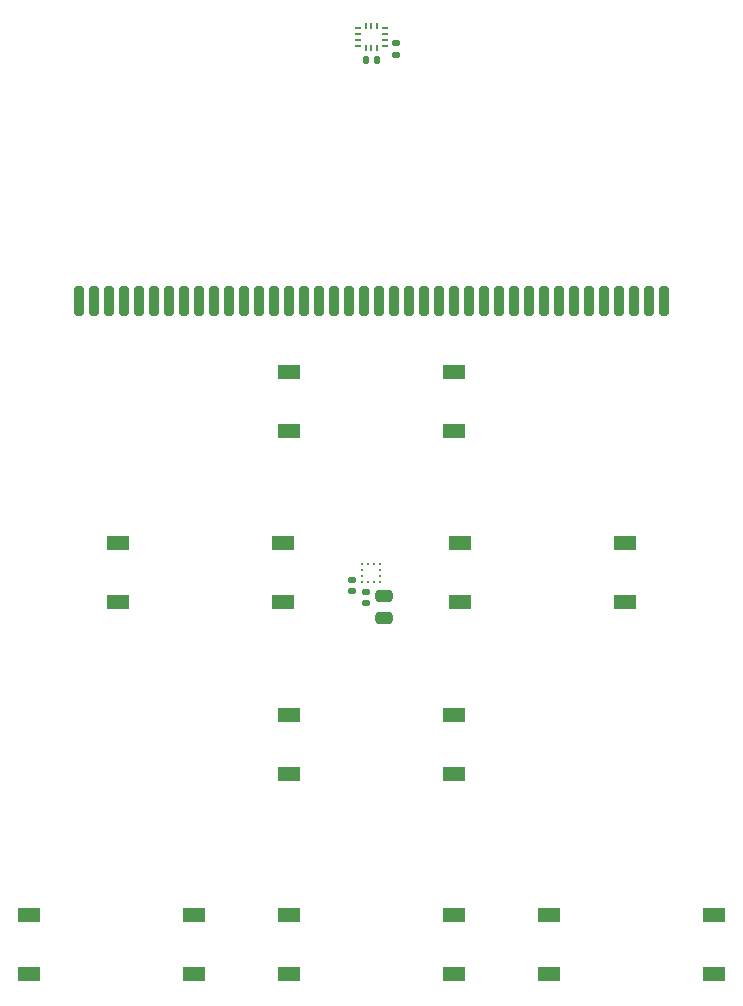
<source format=gbr>
%TF.GenerationSoftware,KiCad,Pcbnew,8.0.6-8.0.6-0~ubuntu24.04.1*%
%TF.CreationDate,2024-11-21T15:03:40-05:00*%
%TF.ProjectId,roversa2,726f7665-7273-4613-922e-6b696361645f,rev?*%
%TF.SameCoordinates,Original*%
%TF.FileFunction,Paste,Top*%
%TF.FilePolarity,Positive*%
%FSLAX46Y46*%
G04 Gerber Fmt 4.6, Leading zero omitted, Abs format (unit mm)*
G04 Created by KiCad (PCBNEW 8.0.6-8.0.6-0~ubuntu24.04.1) date 2024-11-21 15:03:40*
%MOMM*%
%LPD*%
G01*
G04 APERTURE LIST*
G04 Aperture macros list*
%AMRoundRect*
0 Rectangle with rounded corners*
0 $1 Rounding radius*
0 $2 $3 $4 $5 $6 $7 $8 $9 X,Y pos of 4 corners*
0 Add a 4 corners polygon primitive as box body*
4,1,4,$2,$3,$4,$5,$6,$7,$8,$9,$2,$3,0*
0 Add four circle primitives for the rounded corners*
1,1,$1+$1,$2,$3*
1,1,$1+$1,$4,$5*
1,1,$1+$1,$6,$7*
1,1,$1+$1,$8,$9*
0 Add four rect primitives between the rounded corners*
20,1,$1+$1,$2,$3,$4,$5,0*
20,1,$1+$1,$4,$5,$6,$7,0*
20,1,$1+$1,$6,$7,$8,$9,0*
20,1,$1+$1,$8,$9,$2,$3,0*%
G04 Aperture macros list end*
%ADD10R,1.950000X1.300000*%
%ADD11RoundRect,0.250000X-0.475000X0.250000X-0.475000X-0.250000X0.475000X-0.250000X0.475000X0.250000X0*%
%ADD12RoundRect,0.140000X0.170000X-0.140000X0.170000X0.140000X-0.170000X0.140000X-0.170000X-0.140000X0*%
%ADD13RoundRect,0.200000X-0.200000X-1.050000X0.200000X-1.050000X0.200000X1.050000X-0.200000X1.050000X0*%
%ADD14RoundRect,0.140000X-0.170000X0.140000X-0.170000X-0.140000X0.170000X-0.140000X0.170000X0.140000X0*%
%ADD15RoundRect,0.140000X-0.140000X-0.170000X0.140000X-0.170000X0.140000X0.170000X-0.140000X0.170000X0*%
%ADD16R,0.475000X0.250000*%
%ADD17R,0.250000X0.475000*%
%ADD18R,0.275000X0.250000*%
%ADD19R,0.250000X0.275000*%
G04 APERTURE END LIST*
D10*
%TO.C,SW2*%
X92897800Y-126021900D03*
X106847800Y-126021900D03*
X92897800Y-131021900D03*
X106847800Y-131021900D03*
%TD*%
D11*
%TO.C,C6*%
X100914200Y-98948200D03*
X100914200Y-100848200D03*
%TD*%
D12*
%TO.C,C5*%
X98196400Y-98571500D03*
X98196400Y-97611500D03*
%TD*%
D13*
%TO.C,EC1*%
X75107800Y-74021900D03*
X76377800Y-74021900D03*
X77647800Y-74021900D03*
X78917800Y-74021900D03*
X80187800Y-74021900D03*
X81457800Y-74021900D03*
X82727800Y-74021900D03*
X83997800Y-74021900D03*
X85267800Y-74021900D03*
X86537800Y-74021900D03*
X87807800Y-74021900D03*
X89077800Y-74021900D03*
X90347800Y-74021900D03*
X91617800Y-74021900D03*
X92887800Y-74021900D03*
X94157800Y-74021900D03*
X95427800Y-74021900D03*
X96697800Y-74021900D03*
X97967800Y-74021900D03*
X99237800Y-74021900D03*
X100507800Y-74021900D03*
X101777800Y-74021900D03*
X103047800Y-74021900D03*
X104317800Y-74021900D03*
X105587800Y-74021900D03*
X106857800Y-74021900D03*
X108127800Y-74021900D03*
X109397800Y-74021900D03*
X110667800Y-74021900D03*
X111937800Y-74021900D03*
X113207800Y-74021900D03*
X114477800Y-74021900D03*
X115747800Y-74021900D03*
X117017800Y-74021900D03*
X118287800Y-74021900D03*
X119557800Y-74021900D03*
X120827800Y-74021900D03*
X122097800Y-74021900D03*
X123367800Y-74021900D03*
X124637800Y-74021900D03*
%TD*%
D14*
%TO.C,C8*%
X101981000Y-52207900D03*
X101981000Y-53167900D03*
%TD*%
D10*
%TO.C,SW3*%
X114897800Y-126021900D03*
X128847800Y-126021900D03*
X114897800Y-131021900D03*
X128847800Y-131021900D03*
%TD*%
%TO.C,SW8*%
X78397800Y-94521900D03*
X92347800Y-94521900D03*
X78397800Y-99521900D03*
X92347800Y-99521900D03*
%TD*%
D15*
%TO.C,C9*%
X99392800Y-53576900D03*
X100352800Y-53576900D03*
%TD*%
D10*
%TO.C,SW7*%
X107397800Y-94521900D03*
X121347800Y-94521900D03*
X107397800Y-99521900D03*
X121347800Y-99521900D03*
%TD*%
D14*
%TO.C,C7*%
X99390200Y-98656200D03*
X99390200Y-99616200D03*
%TD*%
D10*
%TO.C,SW6*%
X92897800Y-109021900D03*
X106847800Y-109021900D03*
X92897800Y-114021900D03*
X106847800Y-114021900D03*
%TD*%
%TO.C,SW4*%
X70897800Y-126021900D03*
X84847800Y-126021900D03*
X70897800Y-131021900D03*
X84847800Y-131021900D03*
%TD*%
%TO.C,SW5*%
X92897800Y-80021900D03*
X106847800Y-80021900D03*
X92897800Y-85021900D03*
X106847800Y-85021900D03*
%TD*%
D16*
%TO.C,U4*%
X98710300Y-50921900D03*
X98710300Y-51421900D03*
X98710300Y-51921900D03*
X98710300Y-52421900D03*
D17*
X99372800Y-52584400D03*
X99872800Y-52584400D03*
X100372800Y-52584400D03*
D16*
X101035300Y-52421900D03*
X101035300Y-51921900D03*
X101035300Y-51421900D03*
X101035300Y-50921900D03*
D17*
X100372800Y-50759400D03*
X99872800Y-50759400D03*
X99372800Y-50759400D03*
%TD*%
D18*
%TO.C,U3*%
X99110300Y-96271900D03*
X99110300Y-96771900D03*
X99110300Y-97271900D03*
X99110300Y-97771900D03*
D19*
X99622800Y-97784400D03*
X100122800Y-97784400D03*
D18*
X100635300Y-97771900D03*
X100635300Y-97271900D03*
X100635300Y-96771900D03*
X100635300Y-96271900D03*
D19*
X100122800Y-96259400D03*
X99622800Y-96259400D03*
%TD*%
M02*

</source>
